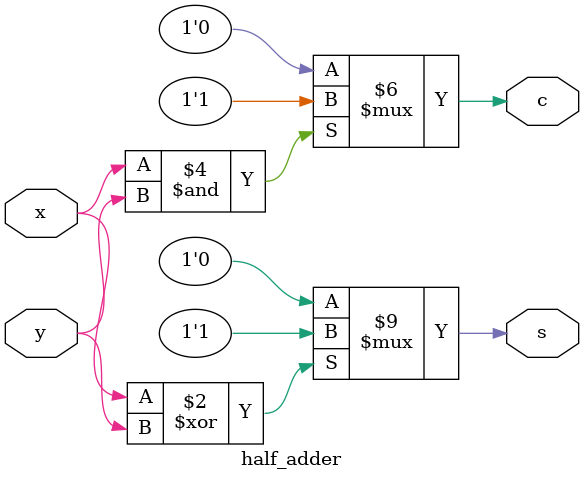
<source format=v>
module half_adder(x, y, s, c);
  input x, y;
  output s, c;
  reg s, c;
  
always@(x, y)
begin
  if (x ^ y) s = 1;
  else s = 0;
end

always@(x, y)
begin
  if (x & y) c = 1;
  else c = 0;
end
endmodule
</source>
